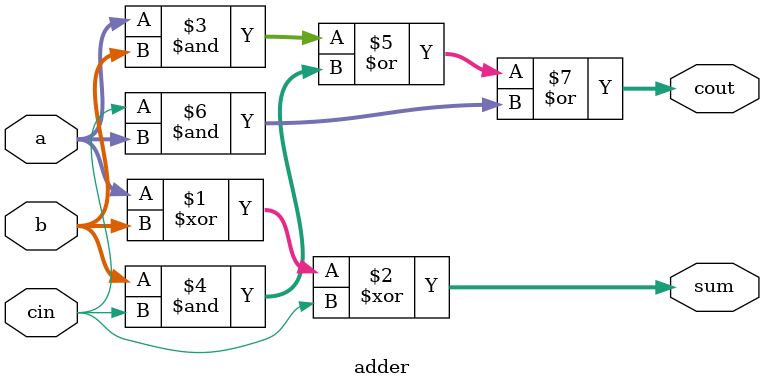
<source format=v>
module top_module( 
    input [2:0] a, b,
    input cin,
    output [2:0] cout,
    output [2:0] sum );
    adder a1(a[0],b[0],cin,cout[0],sum[0]);
    adder a2(a[1],b[1],cout[0],cout[1],sum[1]);
    adder a3(a[2],b[2],cout[1],cout[2],sum[2]);

endmodule

module adder( 
    input [2:0]a, b, 
    input cin,
    output [2:0] cout, sum );
    assign sum = a ^ b ^ cin;
    assign cout = (a & b) | (b & cin) | (cin & a);

endmodule

</source>
